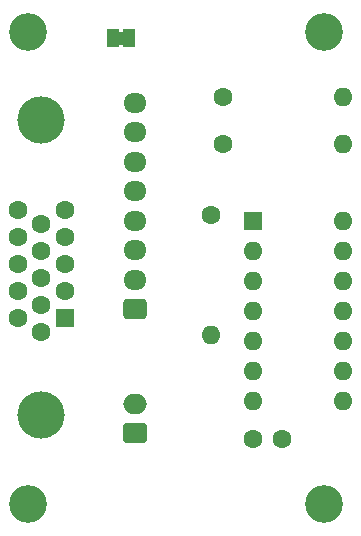
<source format=gbr>
%TF.GenerationSoftware,KiCad,Pcbnew,(6.0.1)*%
%TF.CreationDate,2022-01-23T22:03:48-08:00*%
%TF.ProjectId,gbsc-sync-combiner-v3,67627363-2d73-4796-9e63-2d636f6d6269,rev?*%
%TF.SameCoordinates,Original*%
%TF.FileFunction,Soldermask,Top*%
%TF.FilePolarity,Negative*%
%FSLAX46Y46*%
G04 Gerber Fmt 4.6, Leading zero omitted, Abs format (unit mm)*
G04 Created by KiCad (PCBNEW (6.0.1)) date 2022-01-23 22:03:48*
%MOMM*%
%LPD*%
G01*
G04 APERTURE LIST*
G04 Aperture macros list*
%AMRoundRect*
0 Rectangle with rounded corners*
0 $1 Rounding radius*
0 $2 $3 $4 $5 $6 $7 $8 $9 X,Y pos of 4 corners*
0 Add a 4 corners polygon primitive as box body*
4,1,4,$2,$3,$4,$5,$6,$7,$8,$9,$2,$3,0*
0 Add four circle primitives for the rounded corners*
1,1,$1+$1,$2,$3*
1,1,$1+$1,$4,$5*
1,1,$1+$1,$6,$7*
1,1,$1+$1,$8,$9*
0 Add four rect primitives between the rounded corners*
20,1,$1+$1,$2,$3,$4,$5,0*
20,1,$1+$1,$4,$5,$6,$7,0*
20,1,$1+$1,$6,$7,$8,$9,0*
20,1,$1+$1,$8,$9,$2,$3,0*%
G04 Aperture macros list end*
%ADD10C,0.100000*%
%ADD11RoundRect,0.250000X0.750000X-0.600000X0.750000X0.600000X-0.750000X0.600000X-0.750000X-0.600000X0*%
%ADD12O,2.000000X1.700000*%
%ADD13RoundRect,0.250000X0.725000X-0.600000X0.725000X0.600000X-0.725000X0.600000X-0.725000X-0.600000X0*%
%ADD14O,1.950000X1.700000*%
%ADD15R,1.000000X1.500000*%
%ADD16R,1.600000X1.600000*%
%ADD17O,1.600000X1.600000*%
%ADD18C,1.600000*%
%ADD19C,3.200000*%
%ADD20C,4.000000*%
G04 APERTURE END LIST*
D10*
X109050000Y-54000000D02*
X108600000Y-54000000D01*
X108600000Y-54000000D02*
X108600000Y-53000000D01*
X108600000Y-53000000D02*
X109050000Y-53000000D01*
X109050000Y-53000000D02*
X109050000Y-54000000D01*
G36*
X109050000Y-54000000D02*
G01*
X108600000Y-54000000D01*
X108600000Y-53000000D01*
X109050000Y-53000000D01*
X109050000Y-54000000D01*
G37*
X109050000Y-54000000D02*
X108600000Y-54000000D01*
X108600000Y-53000000D01*
X109050000Y-53000000D01*
X109050000Y-54000000D01*
D11*
%TO.C,J2*%
X110000000Y-87000000D03*
D12*
X110000000Y-84500000D03*
%TD*%
D13*
%TO.C,J3*%
X110000000Y-76500000D03*
D14*
X110000000Y-74000000D03*
X110000000Y-71500000D03*
X110000000Y-69000000D03*
X110000000Y-66500000D03*
X110000000Y-64000000D03*
X110000000Y-61500000D03*
X110000000Y-59000000D03*
%TD*%
D15*
%TO.C,JP1*%
X109500000Y-53500000D03*
X108200000Y-53500000D03*
%TD*%
D16*
%TO.C,U1*%
X120000000Y-69000000D03*
D17*
X120000000Y-71540000D03*
X120000000Y-74080000D03*
X120000000Y-76620000D03*
X120000000Y-79160000D03*
X120000000Y-81700000D03*
X120000000Y-84240000D03*
X127620000Y-84240000D03*
X127620000Y-81700000D03*
X127620000Y-79160000D03*
X127620000Y-76620000D03*
X127620000Y-74080000D03*
X127620000Y-71540000D03*
X127620000Y-69000000D03*
%TD*%
D18*
%TO.C,R1*%
X117500000Y-58500000D03*
D17*
X127660000Y-58500000D03*
%TD*%
D18*
%TO.C,C1*%
X122500000Y-87500000D03*
X120000000Y-87500000D03*
%TD*%
D19*
%TO.C,H1*%
X101000000Y-53000000D03*
%TD*%
%TO.C,H2*%
X101000000Y-93000000D03*
%TD*%
%TO.C,H3*%
X126000000Y-93000000D03*
%TD*%
%TO.C,H4*%
X126000000Y-53000000D03*
%TD*%
D20*
%TO.C,J1*%
X102036660Y-60435000D03*
X102036660Y-85435000D03*
D16*
X104086660Y-77250000D03*
D18*
X104086660Y-74960000D03*
X104086660Y-72670000D03*
X104086660Y-70380000D03*
X104086660Y-68090000D03*
X102106660Y-78395000D03*
X102106660Y-76105000D03*
X102106660Y-73815000D03*
X102106660Y-71525000D03*
X102106660Y-69235000D03*
X100126660Y-77250000D03*
X100126660Y-74960000D03*
X100126660Y-72670000D03*
X100126660Y-70380000D03*
X100126660Y-68090000D03*
%TD*%
%TO.C,R3*%
X116500000Y-68500000D03*
D17*
X116500000Y-78660000D03*
%TD*%
D18*
%TO.C,R2*%
X117500000Y-62500000D03*
D17*
X127660000Y-62500000D03*
%TD*%
M02*

</source>
